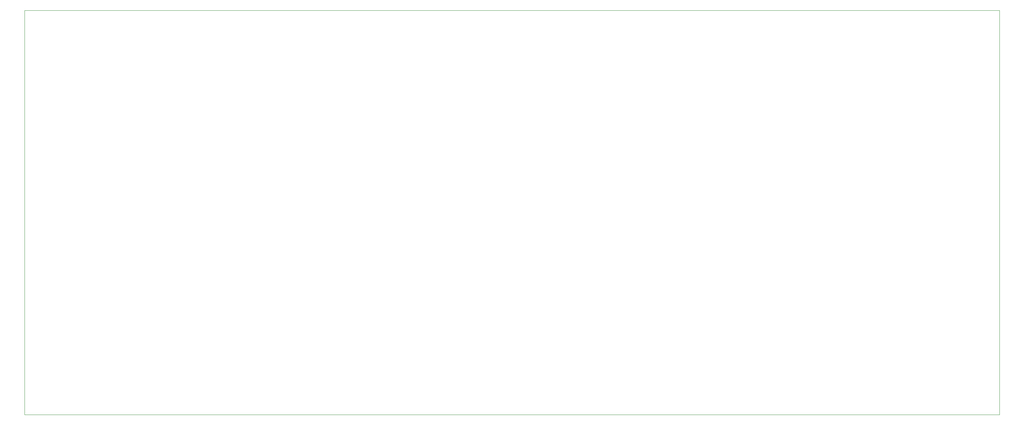
<source format=gbr>
%TF.GenerationSoftware,KiCad,Pcbnew,5.1.6-c6e7f7d~87~ubuntu16.04.1*%
%TF.CreationDate,2021-01-23T13:17:05-05:00*%
%TF.ProjectId,video,76696465-6f2e-46b6-9963-61645f706362,rev?*%
%TF.SameCoordinates,Original*%
%TF.FileFunction,Profile,NP*%
%FSLAX46Y46*%
G04 Gerber Fmt 4.6, Leading zero omitted, Abs format (unit mm)*
G04 Created by KiCad (PCBNEW 5.1.6-c6e7f7d~87~ubuntu16.04.1) date 2021-01-23 13:17:05*
%MOMM*%
%LPD*%
G01*
G04 APERTURE LIST*
%TA.AperFunction,Profile*%
%ADD10C,0.100000*%
%TD*%
G04 APERTURE END LIST*
D10*
X238760000Y0D02*
X238760000Y-99060000D01*
X0Y0D02*
X238760000Y0D01*
X0Y-99060000D02*
X0Y0D01*
X238760000Y-99060000D02*
X0Y-99060000D01*
M02*

</source>
